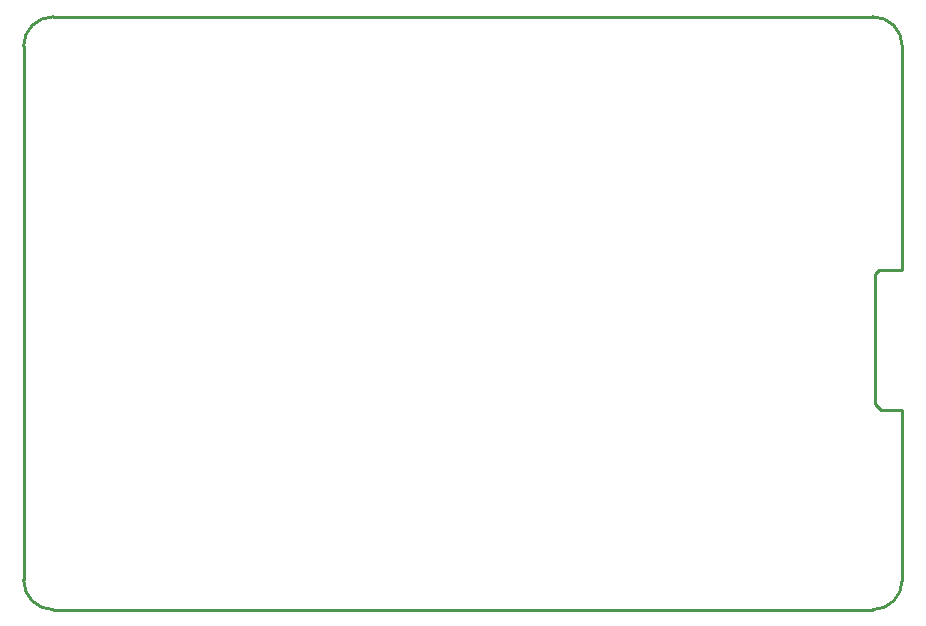
<source format=gko>
G04 Layer: BoardOutline*
G04 EasyEDA v6.4.25, 2021-09-15T07:48:06+01:00*
G04 1eb5522c02d34d8f89c77509865788c0,48bc864c7916494db8d10f71d93e82f1,10*
G04 Gerber Generator version 0.2*
G04 Scale: 100 percent, Rotated: No, Reflected: No *
G04 Dimensions in millimeters *
G04 leading zeros omitted , absolute positions ,4 integer and 5 decimal *
%FSLAX45Y45*%
%MOMM*%

%ADD10C,0.2540*%
D10*
X7440015Y-1858657D02*
G01*
X7440015Y-741819D01*
X7190003Y-5020000D02*
G01*
X249999Y-5020000D01*
X7440015Y-2144407D02*
G01*
X7245705Y-2144407D01*
X7209891Y-2179967D01*
X7209891Y-3280041D01*
X7259929Y-3330079D01*
X7440015Y-3330079D01*
X7440015Y-741819D02*
G01*
X7440015Y-250075D01*
X249999Y0D02*
G01*
X7196002Y-2D01*
X0Y-4770000D02*
G01*
X0Y-249999D01*
X7440002Y-3330000D02*
G01*
X7440000Y-3342599D01*
X7440000Y-4770000D01*
X7440015Y-1858657D02*
G01*
X7440015Y-2144407D01*
X7427315Y-2144407D01*
G75*
G01*
X250000Y0D02*
G03*
X0Y-249999I-1J-250000D01*
G75*
G01*
X7440000Y-249999D02*
G03*
X7190001Y0I-249999J-1D01*
G75*
G01*
X250000Y-5020000D02*
G02*
X0Y-4770001I-1J249999D01*
G75*
G01*
X7190001Y-5020000D02*
G03*
X7440000Y-4770001I0J249999D01*

%LPD*%
M02*

</source>
